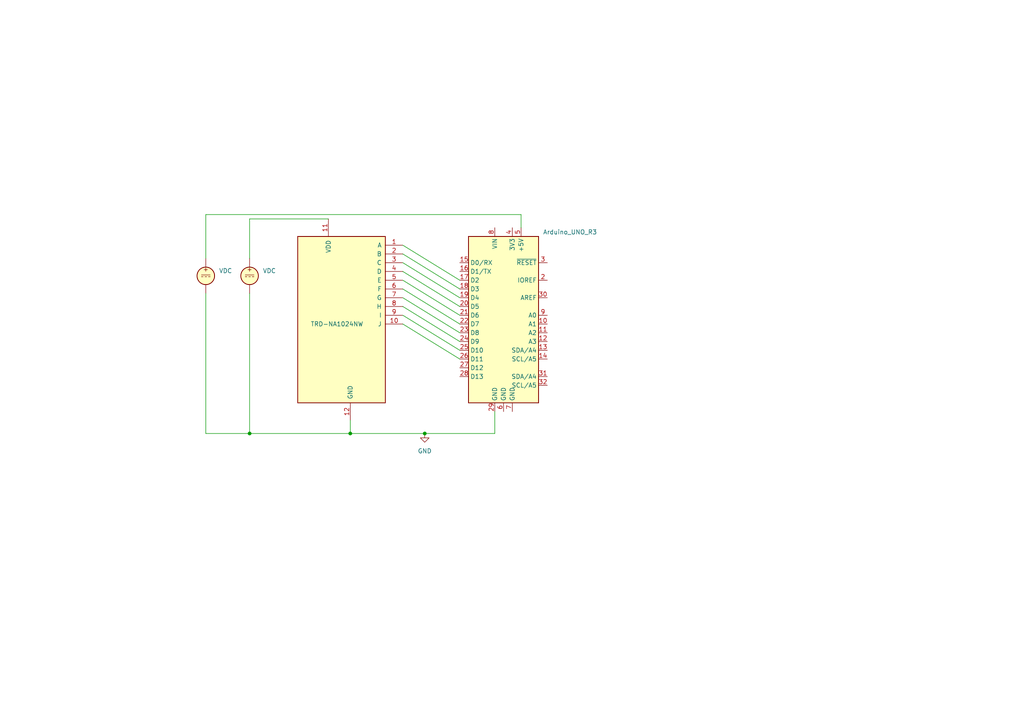
<source format=kicad_sch>
(kicad_sch (version 20211123) (generator eeschema)

  (uuid 8653bfe5-8634-4a8c-8771-01414f53db54)

  (paper "A4")

  (lib_symbols
    (symbol "Interface_HID:TRD-NA1024NW" (pin_names (offset 1.016)) (in_bom yes) (on_board yes)
      (property "Reference" "U?" (id 0) (at -13.97 2.5401 0)
        (effects (font (size 1.27 1.27)) (justify right) hide)
      )
      (property "Value" "TRD-NA1024NW" (id 1) (at 6.35 0 0)
        (effects (font (size 1.27 1.27)) (justify right))
      )
      (property "Footprint" "" (id 2) (at -1.27 0 0)
        (effects (font (size 1.27 1.27)) hide)
      )
      (property "Datasheet" "http://www.codemercs.com/downloads/spinwarrior/SW_Datasheet.pdf" (id 3) (at -1.27 0 0)
        (effects (font (size 1.27 1.27)) hide)
      )
      (property "ki_keywords" "16bit, absolute position, USB, rotary encoder" (id 4) (at 0 0 0)
        (effects (font (size 1.27 1.27)) hide)
      )
      (property "ki_description" "SpinWarrior, 3 16bit absolute position rotary encoders, 6 digital inputs, DIP-24/SOIC-24" (id 5) (at 0 0 0)
        (effects (font (size 1.27 1.27)) hide)
      )
      (property "ki_fp_filters" "DIP*7.62mm* SOIC*7.5x15.4mm*P1.27mm*" (id 6) (at 0 0 0)
        (effects (font (size 1.27 1.27)) hide)
      )
      (symbol "TRD-NA1024NW_1_1"
        (rectangle (start -12.7 25.4) (end 12.7 -22.86)
          (stroke (width 0.254) (type default) (color 0 0 0 0))
          (fill (type background))
        )
        (pin input line (at 17.78 22.86 180) (length 5.08)
          (name "A" (effects (font (size 1.27 1.27))))
          (number "1" (effects (font (size 1.27 1.27))))
        )
        (pin input line (at 17.78 0 180) (length 5.08)
          (name "J" (effects (font (size 1.27 1.27))))
          (number "10" (effects (font (size 1.27 1.27))))
        )
        (pin power_in line (at -3.81 30.48 270) (length 5.08)
          (name "VDD" (effects (font (size 1.27 1.27))))
          (number "11" (effects (font (size 1.27 1.27))))
        )
        (pin power_in line (at 2.54 -27.94 90) (length 5.08)
          (name "GND" (effects (font (size 1.27 1.27))))
          (number "12" (effects (font (size 1.27 1.27))))
        )
        (pin input line (at 17.78 20.32 180) (length 5.08)
          (name "B" (effects (font (size 1.27 1.27))))
          (number "2" (effects (font (size 1.27 1.27))))
        )
        (pin input line (at 17.78 17.78 180) (length 5.08)
          (name "C" (effects (font (size 1.27 1.27))))
          (number "3" (effects (font (size 1.27 1.27))))
        )
        (pin input line (at 17.78 15.24 180) (length 5.08)
          (name "D" (effects (font (size 1.27 1.27))))
          (number "4" (effects (font (size 1.27 1.27))))
        )
        (pin input line (at 17.78 12.7 180) (length 5.08)
          (name "E" (effects (font (size 1.27 1.27))))
          (number "5" (effects (font (size 1.27 1.27))))
        )
        (pin input line (at 17.78 10.16 180) (length 5.08)
          (name "F" (effects (font (size 1.27 1.27))))
          (number "6" (effects (font (size 1.27 1.27))))
        )
        (pin input line (at 17.78 7.62 180) (length 5.08)
          (name "G" (effects (font (size 1.27 1.27))))
          (number "7" (effects (font (size 1.27 1.27))))
        )
        (pin input line (at 17.78 5.08 180) (length 5.08)
          (name "H" (effects (font (size 1.27 1.27))))
          (number "8" (effects (font (size 1.27 1.27))))
        )
        (pin input line (at 17.78 2.54 180) (length 5.08)
          (name "I" (effects (font (size 1.27 1.27))))
          (number "9" (effects (font (size 1.27 1.27))))
        )
      )
    )
    (symbol "MCU_Module:Arduino_UNO_R3" (in_bom yes) (on_board yes)
      (property "Reference" "A" (id 0) (at -10.16 23.495 0)
        (effects (font (size 1.27 1.27)) (justify left bottom))
      )
      (property "Value" "Arduino_UNO_R3" (id 1) (at 5.08 -26.67 0)
        (effects (font (size 1.27 1.27)) (justify left top))
      )
      (property "Footprint" "Module:Arduino_UNO_R3" (id 2) (at 0 0 0)
        (effects (font (size 1.27 1.27) italic) hide)
      )
      (property "Datasheet" "https://www.arduino.cc/en/Main/arduinoBoardUno" (id 3) (at 0 0 0)
        (effects (font (size 1.27 1.27)) hide)
      )
      (property "ki_keywords" "Arduino UNO R3 Microcontroller Module Atmel AVR USB" (id 4) (at 0 0 0)
        (effects (font (size 1.27 1.27)) hide)
      )
      (property "ki_description" "Arduino UNO Microcontroller Module, release 3" (id 5) (at 0 0 0)
        (effects (font (size 1.27 1.27)) hide)
      )
      (property "ki_fp_filters" "Arduino*UNO*R3*" (id 6) (at 0 0 0)
        (effects (font (size 1.27 1.27)) hide)
      )
      (symbol "Arduino_UNO_R3_0_1"
        (rectangle (start -10.16 22.86) (end 10.16 -25.4)
          (stroke (width 0.254) (type default) (color 0 0 0 0))
          (fill (type background))
        )
      )
      (symbol "Arduino_UNO_R3_1_1"
        (pin no_connect line (at -10.16 -20.32 0) (length 2.54) hide
          (name "NC" (effects (font (size 1.27 1.27))))
          (number "1" (effects (font (size 1.27 1.27))))
        )
        (pin bidirectional line (at 12.7 -2.54 180) (length 2.54)
          (name "A1" (effects (font (size 1.27 1.27))))
          (number "10" (effects (font (size 1.27 1.27))))
        )
        (pin bidirectional line (at 12.7 -5.08 180) (length 2.54)
          (name "A2" (effects (font (size 1.27 1.27))))
          (number "11" (effects (font (size 1.27 1.27))))
        )
        (pin bidirectional line (at 12.7 -7.62 180) (length 2.54)
          (name "A3" (effects (font (size 1.27 1.27))))
          (number "12" (effects (font (size 1.27 1.27))))
        )
        (pin bidirectional line (at 12.7 -10.16 180) (length 2.54)
          (name "SDA/A4" (effects (font (size 1.27 1.27))))
          (number "13" (effects (font (size 1.27 1.27))))
        )
        (pin bidirectional line (at 12.7 -12.7 180) (length 2.54)
          (name "SCL/A5" (effects (font (size 1.27 1.27))))
          (number "14" (effects (font (size 1.27 1.27))))
        )
        (pin bidirectional line (at -12.7 15.24 0) (length 2.54)
          (name "D0/RX" (effects (font (size 1.27 1.27))))
          (number "15" (effects (font (size 1.27 1.27))))
        )
        (pin bidirectional line (at -12.7 12.7 0) (length 2.54)
          (name "D1/TX" (effects (font (size 1.27 1.27))))
          (number "16" (effects (font (size 1.27 1.27))))
        )
        (pin bidirectional line (at -12.7 10.16 0) (length 2.54)
          (name "D2" (effects (font (size 1.27 1.27))))
          (number "17" (effects (font (size 1.27 1.27))))
        )
        (pin bidirectional line (at -12.7 7.62 0) (length 2.54)
          (name "D3" (effects (font (size 1.27 1.27))))
          (number "18" (effects (font (size 1.27 1.27))))
        )
        (pin bidirectional line (at -12.7 5.08 0) (length 2.54)
          (name "D4" (effects (font (size 1.27 1.27))))
          (number "19" (effects (font (size 1.27 1.27))))
        )
        (pin output line (at 12.7 10.16 180) (length 2.54)
          (name "IOREF" (effects (font (size 1.27 1.27))))
          (number "2" (effects (font (size 1.27 1.27))))
        )
        (pin bidirectional line (at -12.7 2.54 0) (length 2.54)
          (name "D5" (effects (font (size 1.27 1.27))))
          (number "20" (effects (font (size 1.27 1.27))))
        )
        (pin bidirectional line (at -12.7 0 0) (length 2.54)
          (name "D6" (effects (font (size 1.27 1.27))))
          (number "21" (effects (font (size 1.27 1.27))))
        )
        (pin bidirectional line (at -12.7 -2.54 0) (length 2.54)
          (name "D7" (effects (font (size 1.27 1.27))))
          (number "22" (effects (font (size 1.27 1.27))))
        )
        (pin bidirectional line (at -12.7 -5.08 0) (length 2.54)
          (name "D8" (effects (font (size 1.27 1.27))))
          (number "23" (effects (font (size 1.27 1.27))))
        )
        (pin bidirectional line (at -12.7 -7.62 0) (length 2.54)
          (name "D9" (effects (font (size 1.27 1.27))))
          (number "24" (effects (font (size 1.27 1.27))))
        )
        (pin bidirectional line (at -12.7 -10.16 0) (length 2.54)
          (name "D10" (effects (font (size 1.27 1.27))))
          (number "25" (effects (font (size 1.27 1.27))))
        )
        (pin bidirectional line (at -12.7 -12.7 0) (length 2.54)
          (name "D11" (effects (font (size 1.27 1.27))))
          (number "26" (effects (font (size 1.27 1.27))))
        )
        (pin bidirectional line (at -12.7 -15.24 0) (length 2.54)
          (name "D12" (effects (font (size 1.27 1.27))))
          (number "27" (effects (font (size 1.27 1.27))))
        )
        (pin bidirectional line (at -12.7 -17.78 0) (length 2.54)
          (name "D13" (effects (font (size 1.27 1.27))))
          (number "28" (effects (font (size 1.27 1.27))))
        )
        (pin power_in line (at -2.54 -27.94 90) (length 2.54)
          (name "GND" (effects (font (size 1.27 1.27))))
          (number "29" (effects (font (size 1.27 1.27))))
        )
        (pin input line (at 12.7 15.24 180) (length 2.54)
          (name "~{RESET}" (effects (font (size 1.27 1.27))))
          (number "3" (effects (font (size 1.27 1.27))))
        )
        (pin input line (at 12.7 5.08 180) (length 2.54)
          (name "AREF" (effects (font (size 1.27 1.27))))
          (number "30" (effects (font (size 1.27 1.27))))
        )
        (pin bidirectional line (at 12.7 -17.78 180) (length 2.54)
          (name "SDA/A4" (effects (font (size 1.27 1.27))))
          (number "31" (effects (font (size 1.27 1.27))))
        )
        (pin bidirectional line (at 12.7 -20.32 180) (length 2.54)
          (name "SCL/A5" (effects (font (size 1.27 1.27))))
          (number "32" (effects (font (size 1.27 1.27))))
        )
        (pin power_out line (at 2.54 25.4 270) (length 2.54)
          (name "3V3" (effects (font (size 1.27 1.27))))
          (number "4" (effects (font (size 1.27 1.27))))
        )
        (pin power_out line (at 5.08 25.4 270) (length 2.54)
          (name "+5V" (effects (font (size 1.27 1.27))))
          (number "5" (effects (font (size 1.27 1.27))))
        )
        (pin power_in line (at 0 -27.94 90) (length 2.54)
          (name "GND" (effects (font (size 1.27 1.27))))
          (number "6" (effects (font (size 1.27 1.27))))
        )
        (pin power_in line (at 2.54 -27.94 90) (length 2.54)
          (name "GND" (effects (font (size 1.27 1.27))))
          (number "7" (effects (font (size 1.27 1.27))))
        )
        (pin power_in line (at -2.54 25.4 270) (length 2.54)
          (name "VIN" (effects (font (size 1.27 1.27))))
          (number "8" (effects (font (size 1.27 1.27))))
        )
        (pin bidirectional line (at 12.7 0 180) (length 2.54)
          (name "A0" (effects (font (size 1.27 1.27))))
          (number "9" (effects (font (size 1.27 1.27))))
        )
      )
    )
    (symbol "Simulation_SPICE:VDC" (pin_numbers hide) (pin_names (offset 0.0254)) (in_bom yes) (on_board yes)
      (property "Reference" "V" (id 0) (at 2.54 2.54 0)
        (effects (font (size 1.27 1.27)) (justify left))
      )
      (property "Value" "VDC" (id 1) (at 2.54 0 0)
        (effects (font (size 1.27 1.27)) (justify left))
      )
      (property "Footprint" "" (id 2) (at 0 0 0)
        (effects (font (size 1.27 1.27)) hide)
      )
      (property "Datasheet" "~" (id 3) (at 0 0 0)
        (effects (font (size 1.27 1.27)) hide)
      )
      (property "Spice_Netlist_Enabled" "Y" (id 4) (at 0 0 0)
        (effects (font (size 1.27 1.27)) (justify left) hide)
      )
      (property "Spice_Primitive" "V" (id 5) (at 0 0 0)
        (effects (font (size 1.27 1.27)) (justify left) hide)
      )
      (property "Spice_Model" "dc(1)" (id 6) (at 2.54 -2.54 0)
        (effects (font (size 1.27 1.27)) (justify left))
      )
      (property "ki_keywords" "simulation" (id 7) (at 0 0 0)
        (effects (font (size 1.27 1.27)) hide)
      )
      (property "ki_description" "Voltage source, DC" (id 8) (at 0 0 0)
        (effects (font (size 1.27 1.27)) hide)
      )
      (symbol "VDC_0_0"
        (polyline
          (pts
            (xy -1.27 0.254)
            (xy 1.27 0.254)
          )
          (stroke (width 0) (type default) (color 0 0 0 0))
          (fill (type none))
        )
        (polyline
          (pts
            (xy -0.762 -0.254)
            (xy -1.27 -0.254)
          )
          (stroke (width 0) (type default) (color 0 0 0 0))
          (fill (type none))
        )
        (polyline
          (pts
            (xy 0.254 -0.254)
            (xy -0.254 -0.254)
          )
          (stroke (width 0) (type default) (color 0 0 0 0))
          (fill (type none))
        )
        (polyline
          (pts
            (xy 1.27 -0.254)
            (xy 0.762 -0.254)
          )
          (stroke (width 0) (type default) (color 0 0 0 0))
          (fill (type none))
        )
        (text "+" (at 0 1.905 0)
          (effects (font (size 1.27 1.27)))
        )
      )
      (symbol "VDC_0_1"
        (circle (center 0 0) (radius 2.54)
          (stroke (width 0.254) (type default) (color 0 0 0 0))
          (fill (type background))
        )
      )
      (symbol "VDC_1_1"
        (pin passive line (at 0 5.08 270) (length 2.54)
          (name "~" (effects (font (size 1.27 1.27))))
          (number "1" (effects (font (size 1.27 1.27))))
        )
        (pin passive line (at 0 -5.08 90) (length 2.54)
          (name "~" (effects (font (size 1.27 1.27))))
          (number "2" (effects (font (size 1.27 1.27))))
        )
      )
    )
    (symbol "power:GND" (power) (pin_names (offset 0)) (in_bom yes) (on_board yes)
      (property "Reference" "#PWR" (id 0) (at 0 -6.35 0)
        (effects (font (size 1.27 1.27)) hide)
      )
      (property "Value" "GND" (id 1) (at 0 -3.81 0)
        (effects (font (size 1.27 1.27)))
      )
      (property "Footprint" "" (id 2) (at 0 0 0)
        (effects (font (size 1.27 1.27)) hide)
      )
      (property "Datasheet" "" (id 3) (at 0 0 0)
        (effects (font (size 1.27 1.27)) hide)
      )
      (property "ki_keywords" "power-flag" (id 4) (at 0 0 0)
        (effects (font (size 1.27 1.27)) hide)
      )
      (property "ki_description" "Power symbol creates a global label with name \"GND\" , ground" (id 5) (at 0 0 0)
        (effects (font (size 1.27 1.27)) hide)
      )
      (symbol "GND_0_1"
        (polyline
          (pts
            (xy 0 0)
            (xy 0 -1.27)
            (xy 1.27 -1.27)
            (xy 0 -2.54)
            (xy -1.27 -1.27)
            (xy 0 -1.27)
          )
          (stroke (width 0) (type default) (color 0 0 0 0))
          (fill (type none))
        )
      )
      (symbol "GND_1_1"
        (pin power_in line (at 0 0 270) (length 0) hide
          (name "GND" (effects (font (size 1.27 1.27))))
          (number "1" (effects (font (size 1.27 1.27))))
        )
      )
    )
  )

  (junction (at 101.6 125.73) (diameter 0) (color 0 0 0 0)
    (uuid 2c10555a-a60e-4744-9c5a-7a42cdd6793e)
  )
  (junction (at 72.39 125.73) (diameter 0) (color 0 0 0 0)
    (uuid a5d8229f-dc2d-444f-9441-eb4243ca2c7a)
  )
  (junction (at 123.19 125.73) (diameter 0) (color 0 0 0 0)
    (uuid c5437ba1-97b2-4f97-808a-d5aadd1326db)
  )

  (wire (pts (xy 123.19 125.73) (xy 143.51 125.73))
    (stroke (width 0) (type default) (color 0 0 0 0))
    (uuid 036fa802-a73a-4e92-883b-239ba34dec05)
  )
  (wire (pts (xy 116.84 78.74) (xy 133.35 88.9))
    (stroke (width 0) (type default) (color 0 0 0 0))
    (uuid 03e8f393-0c49-48bd-b66c-bc19f15b12c4)
  )
  (wire (pts (xy 116.84 93.98) (xy 133.35 104.14))
    (stroke (width 0) (type default) (color 0 0 0 0))
    (uuid 0e9d297f-c30f-410b-ad2d-6023c0819cde)
  )
  (wire (pts (xy 72.39 85.09) (xy 72.39 125.73))
    (stroke (width 0) (type default) (color 0 0 0 0))
    (uuid 0fca4c0b-6c4c-4689-89b7-2a41978f3157)
  )
  (wire (pts (xy 116.84 76.2) (xy 133.35 86.36))
    (stroke (width 0) (type default) (color 0 0 0 0))
    (uuid 14d88953-8c25-4e77-8f2d-789fc1d300a7)
  )
  (wire (pts (xy 72.39 63.5) (xy 95.25 63.5))
    (stroke (width 0) (type default) (color 0 0 0 0))
    (uuid 1b52f118-7164-4a76-927c-8db1283a6ff1)
  )
  (wire (pts (xy 101.6 125.73) (xy 123.19 125.73))
    (stroke (width 0) (type default) (color 0 0 0 0))
    (uuid 1b562322-5b27-41f2-a1b9-439296be073f)
  )
  (wire (pts (xy 151.13 62.23) (xy 151.13 66.04))
    (stroke (width 0) (type default) (color 0 0 0 0))
    (uuid 2fa4d3c1-61c6-407a-9c14-e292c431ed7c)
  )
  (wire (pts (xy 101.6 121.92) (xy 101.6 125.73))
    (stroke (width 0) (type default) (color 0 0 0 0))
    (uuid 35fbb5f7-dd50-407c-978d-127e2ad74506)
  )
  (wire (pts (xy 59.69 62.23) (xy 151.13 62.23))
    (stroke (width 0) (type default) (color 0 0 0 0))
    (uuid 39961658-6ab9-4f01-a5eb-25ff71aed12b)
  )
  (wire (pts (xy 116.84 71.12) (xy 133.35 81.28))
    (stroke (width 0) (type default) (color 0 0 0 0))
    (uuid 4f1ca3eb-6ef5-45a8-a9bf-346bbb8865b4)
  )
  (wire (pts (xy 72.39 74.93) (xy 72.39 63.5))
    (stroke (width 0) (type default) (color 0 0 0 0))
    (uuid 5ee2dfc0-df14-475a-856a-5a4d3052b77d)
  )
  (wire (pts (xy 116.84 83.82) (xy 133.35 93.98))
    (stroke (width 0) (type default) (color 0 0 0 0))
    (uuid 67aaafdf-eaab-433c-950f-7aec0560da3a)
  )
  (wire (pts (xy 72.39 125.73) (xy 101.6 125.73))
    (stroke (width 0) (type default) (color 0 0 0 0))
    (uuid 82570447-6a39-4d24-afea-34b4725913f2)
  )
  (wire (pts (xy 116.84 81.28) (xy 133.35 91.44))
    (stroke (width 0) (type default) (color 0 0 0 0))
    (uuid 9569d797-b1dc-458c-84fb-bb863741a1fe)
  )
  (wire (pts (xy 116.84 91.44) (xy 133.35 101.6))
    (stroke (width 0) (type default) (color 0 0 0 0))
    (uuid 9a377bcb-75d5-4a3f-abf4-09667822211f)
  )
  (wire (pts (xy 59.69 74.93) (xy 59.69 62.23))
    (stroke (width 0) (type default) (color 0 0 0 0))
    (uuid a1c585df-714d-4d69-b266-82346f361690)
  )
  (wire (pts (xy 143.51 125.73) (xy 143.51 119.38))
    (stroke (width 0) (type default) (color 0 0 0 0))
    (uuid c04ba81e-b634-4efa-855c-05e51eafa0c8)
  )
  (wire (pts (xy 116.84 88.9) (xy 133.35 99.06))
    (stroke (width 0) (type default) (color 0 0 0 0))
    (uuid c30fe82b-415b-458f-ad78-d8bdfd1205a7)
  )
  (wire (pts (xy 59.69 85.09) (xy 59.69 125.73))
    (stroke (width 0) (type default) (color 0 0 0 0))
    (uuid cb69b301-89d1-4939-b266-a3991ff90c04)
  )
  (wire (pts (xy 116.84 86.36) (xy 133.35 96.52))
    (stroke (width 0) (type default) (color 0 0 0 0))
    (uuid da61234d-4fa4-4308-81e6-97d02e9349bb)
  )
  (wire (pts (xy 59.69 125.73) (xy 72.39 125.73))
    (stroke (width 0) (type default) (color 0 0 0 0))
    (uuid e0bf71fb-9e20-4f67-8c3f-18e7c8cf1447)
  )
  (wire (pts (xy 116.84 73.66) (xy 133.35 83.82))
    (stroke (width 0) (type default) (color 0 0 0 0))
    (uuid f75d17ae-eeab-4125-bb59-29d5ff1903eb)
  )

  (symbol (lib_id "Simulation_SPICE:VDC") (at 72.39 80.01 0) (unit 1)
    (in_bom yes) (on_board yes) (fields_autoplaced)
    (uuid 01cbeca2-2baf-4da4-857c-8fb1033c8a03)
    (property "Reference" "V?" (id 0) (at 76.2 77.2801 0)
      (effects (font (size 1.27 1.27)) (justify left) hide)
    )
    (property "Value" "VDC" (id 1) (at 76.2 78.5501 0)
      (effects (font (size 1.27 1.27)) (justify left))
    )
    (property "Footprint" "" (id 2) (at 72.39 80.01 0)
      (effects (font (size 1.27 1.27)) hide)
    )
    (property "Datasheet" "~" (id 3) (at 72.39 80.01 0)
      (effects (font (size 1.27 1.27)) hide)
    )
    (property "Spice_Netlist_Enabled" "Y" (id 4) (at 72.39 80.01 0)
      (effects (font (size 1.27 1.27)) (justify left) hide)
    )
    (property "Spice_Primitive" "V" (id 5) (at 72.39 80.01 0)
      (effects (font (size 1.27 1.27)) (justify left) hide)
    )
    (property "Spice_Model" "12 V" (id 6) (at 76.2 81.0901 0)
      (effects (font (size 1.27 1.27)) (justify left))
    )
    (pin "1" (uuid 47db62b1-a6e0-402f-aea1-2f4bc6e6408f))
    (pin "2" (uuid 142c99e3-e351-4c72-8117-61649598ef29))
  )

  (symbol (lib_id "MCU_Module:Arduino_UNO_R3") (at 146.05 91.44 0) (unit 1)
    (in_bom yes) (on_board yes)
    (uuid 823e66d1-c5f3-436a-b12f-33d02791baa6)
    (property "Reference" "A?" (id 0) (at 153.1494 63.5 0)
      (effects (font (size 1.27 1.27)) (justify left) hide)
    )
    (property "Value" "Arduino_UNO_R3" (id 1) (at 157.48 67.31 0)
      (effects (font (size 1.27 1.27)) (justify left))
    )
    (property "Footprint" "Module:Arduino_UNO_R3" (id 2) (at 146.05 91.44 0)
      (effects (font (size 1.27 1.27) italic) hide)
    )
    (property "Datasheet" "https://www.arduino.cc/en/Main/arduinoBoardUno" (id 3) (at 146.05 91.44 0)
      (effects (font (size 1.27 1.27)) hide)
    )
    (pin "1" (uuid 08afc2e1-970d-4b54-87c2-ec4f3daa853c))
    (pin "10" (uuid b5b27335-375e-42a7-acac-5075580488fc))
    (pin "11" (uuid 0f70f2be-131c-484f-8434-cf55c69c175f))
    (pin "12" (uuid 06f07f9d-706a-475a-b895-e55e60c64446))
    (pin "13" (uuid 9db4acc3-0301-4f89-940c-5ed5559ba2b2))
    (pin "14" (uuid 0f9d5b71-8db0-4da2-8d15-0de11a02deb5))
    (pin "15" (uuid 7f1e74d1-69e1-4fd5-b08d-50311cb32071))
    (pin "16" (uuid d8e60f2b-c7d0-4b8d-bc5b-e78559a13e3f))
    (pin "17" (uuid 07bd940c-26d8-4671-a260-ba339876f98f))
    (pin "18" (uuid f3bf3c87-edb5-4f20-ae56-fda542c90573))
    (pin "19" (uuid 6cabb3e7-9afd-48cd-bdf1-52928e37cb75))
    (pin "2" (uuid 0f8dbd71-deaf-489b-a45e-7ac04732d39d))
    (pin "20" (uuid 49cb706c-5a0b-4cb2-888e-f7c12f6ca982))
    (pin "21" (uuid 68fa4607-7b56-462f-9dbf-c67b0fecfb81))
    (pin "22" (uuid c38479ac-68b2-42b1-9586-85aa8f38655a))
    (pin "23" (uuid 5f8464a4-2847-4f42-af80-21117f421221))
    (pin "24" (uuid fc7b3b9c-454a-457a-8bd4-753bf6c2a36b))
    (pin "25" (uuid 11392ffc-dc61-43ba-b742-fb84ac46edf3))
    (pin "26" (uuid 16dbf515-65a0-4f2c-b1f1-904e61931960))
    (pin "27" (uuid a6731130-ac81-4cdf-a337-f43248e2f607))
    (pin "28" (uuid b697cd99-264b-4ce7-886e-566b05f4b9b1))
    (pin "29" (uuid 45b71d13-30fb-40bd-9f22-9a87c198b33f))
    (pin "3" (uuid 99b5a185-1ada-470c-834b-c9ba0389687a))
    (pin "30" (uuid beb548e4-e785-4abc-9482-c868620c5287))
    (pin "31" (uuid 21d35f70-d5a9-4a4e-b476-fe003bb01115))
    (pin "32" (uuid 28501089-949c-499c-8782-59cbfdd287fd))
    (pin "4" (uuid f938b7b7-b703-4d64-ae16-2f1493e653a3))
    (pin "5" (uuid 3056ae24-c7da-498e-824a-76b97f015ba2))
    (pin "6" (uuid 50690d52-8f8f-45cc-a865-8e64f4a08e0d))
    (pin "7" (uuid b1490776-4fa4-4ec3-a7be-502437d5136d))
    (pin "8" (uuid 556e2d4e-419d-4aba-957b-595f4005e3eb))
    (pin "9" (uuid 52c48133-1635-4ae8-940f-3b1f668f8268))
  )

  (symbol (lib_id "Simulation_SPICE:VDC") (at 59.69 80.01 0) (unit 1)
    (in_bom yes) (on_board yes) (fields_autoplaced)
    (uuid 8f7831e7-c5e2-47fb-94c1-2115b64b57e3)
    (property "Reference" "V?" (id 0) (at 63.5 77.2801 0)
      (effects (font (size 1.27 1.27)) (justify left) hide)
    )
    (property "Value" "VDC" (id 1) (at 63.5 78.5501 0)
      (effects (font (size 1.27 1.27)) (justify left))
    )
    (property "Footprint" "" (id 2) (at 59.69 80.01 0)
      (effects (font (size 1.27 1.27)) hide)
    )
    (property "Datasheet" "~" (id 3) (at 59.69 80.01 0)
      (effects (font (size 1.27 1.27)) hide)
    )
    (property "Spice_Netlist_Enabled" "Y" (id 4) (at 59.69 80.01 0)
      (effects (font (size 1.27 1.27)) (justify left) hide)
    )
    (property "Spice_Primitive" "V" (id 5) (at 59.69 80.01 0)
      (effects (font (size 1.27 1.27)) (justify left) hide)
    )
    (property "Spice_Model" "5 V" (id 6) (at 63.5 81.0901 0)
      (effects (font (size 1.27 1.27)) (justify left))
    )
    (pin "1" (uuid 07b6b5f7-a61a-40a3-a94d-c05a8241021c))
    (pin "2" (uuid 5804a2ec-2414-4c78-a775-8f6bbb1614cd))
  )

  (symbol (lib_id "Interface_HID:TRD-NA1024NW") (at 99.06 93.98 0) (unit 1)
    (in_bom yes) (on_board yes)
    (uuid a00cb8d7-ff0b-460e-97ec-5eb088f7218f)
    (property "Reference" "U?" (id 0) (at 85.09 91.4399 0)
      (effects (font (size 1.27 1.27)) (justify right) hide)
    )
    (property "Value" "TRD-NA1024NW" (id 1) (at 105.41 93.98 0)
      (effects (font (size 1.27 1.27)) (justify right))
    )
    (property "Footprint" "" (id 2) (at 97.79 93.98 0)
      (effects (font (size 1.27 1.27)) hide)
    )
    (property "Datasheet" "http://www.codemercs.com/downloads/spinwarrior/SW_Datasheet.pdf" (id 3) (at 97.79 93.98 0)
      (effects (font (size 1.27 1.27)) hide)
    )
    (pin "1" (uuid 5b719c8b-8579-4ef2-98c0-a1561e9b48b9))
    (pin "10" (uuid b36ec05b-17a8-4c86-bf71-b01788173288))
    (pin "11" (uuid 93b3d502-394d-4696-9df9-baa93413cc83))
    (pin "12" (uuid cee0b504-4fa3-4742-8c03-d37a89eac6f2))
    (pin "2" (uuid efe9b7e0-47f1-4f12-83fd-9042312ec701))
    (pin "3" (uuid 29e063b6-344e-4377-a93e-6285e484b47d))
    (pin "4" (uuid 55de18fe-787e-4a17-a067-30c5e0a06652))
    (pin "5" (uuid 9f8287e1-090f-46ef-9173-4c70ea637b38))
    (pin "6" (uuid a717b95e-99a0-4947-9761-d8084c9557b8))
    (pin "7" (uuid 0527dd60-514c-4e1a-9122-30bbb6aa5ee7))
    (pin "8" (uuid 3c90400d-25dc-464e-bd35-1b399fd6cd9d))
    (pin "9" (uuid e789d638-bf7f-4749-b93a-6293df5cb1b1))
  )

  (symbol (lib_id "power:GND") (at 123.19 125.73 0) (unit 1)
    (in_bom yes) (on_board yes) (fields_autoplaced)
    (uuid dc20735d-f187-4ce2-89da-52c54b117e32)
    (property "Reference" "#PWR?" (id 0) (at 123.19 132.08 0)
      (effects (font (size 1.27 1.27)) hide)
    )
    (property "Value" "GND" (id 1) (at 123.19 130.81 0))
    (property "Footprint" "" (id 2) (at 123.19 125.73 0)
      (effects (font (size 1.27 1.27)) hide)
    )
    (property "Datasheet" "" (id 3) (at 123.19 125.73 0)
      (effects (font (size 1.27 1.27)) hide)
    )
    (pin "1" (uuid 9a0b8663-4aec-4da3-91ca-a542db2b4514))
  )

  (sheet_instances
    (path "/" (page "1"))
  )

  (symbol_instances
    (path "/dc20735d-f187-4ce2-89da-52c54b117e32"
      (reference "#PWR?") (unit 1) (value "GND") (footprint "")
    )
    (path "/823e66d1-c5f3-436a-b12f-33d02791baa6"
      (reference "A?") (unit 1) (value "Arduino_UNO_R3") (footprint "Module:Arduino_UNO_R3")
    )
    (path "/a00cb8d7-ff0b-460e-97ec-5eb088f7218f"
      (reference "U?") (unit 1) (value "TRD-NA1024NW") (footprint "")
    )
    (path "/01cbeca2-2baf-4da4-857c-8fb1033c8a03"
      (reference "V?") (unit 1) (value "VDC") (footprint "")
    )
    (path "/8f7831e7-c5e2-47fb-94c1-2115b64b57e3"
      (reference "V?") (unit 1) (value "VDC") (footprint "")
    )
  )
)

</source>
